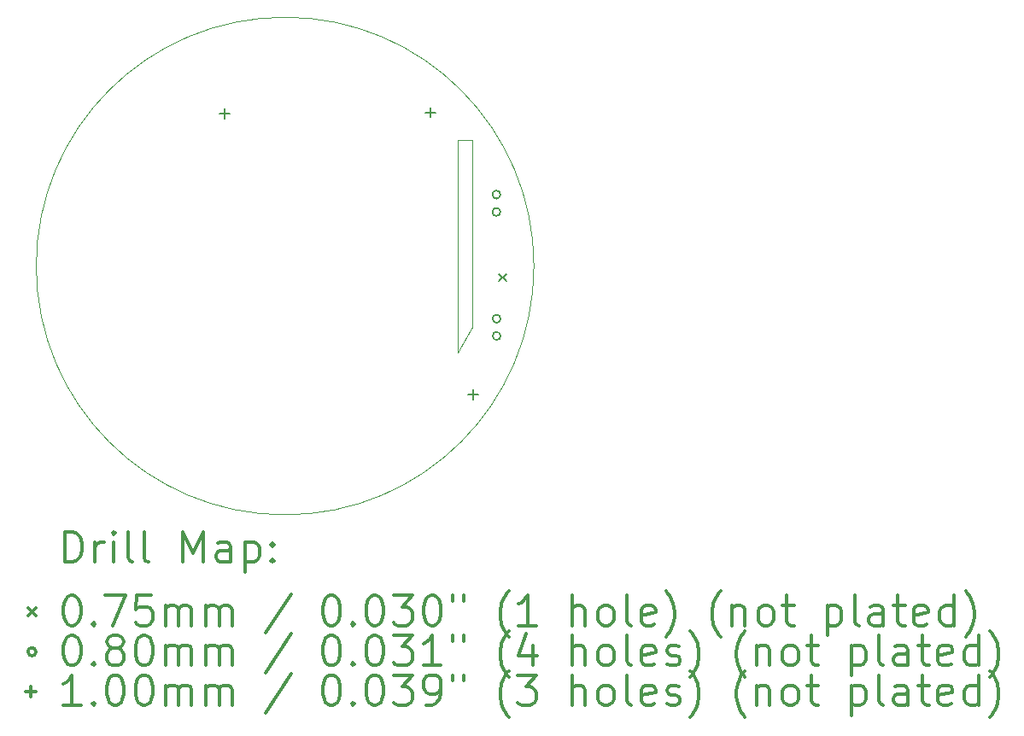
<source format=gbr>
%FSLAX45Y45*%
G04 Gerber Fmt 4.5, Leading zero omitted, Abs format (unit mm)*
G04 Created by KiCad (PCBNEW 5.1.7-a382d34a8~88~ubuntu18.04.1) date 2021-05-17 19:46:49*
%MOMM*%
%LPD*%
G01*
G04 APERTURE LIST*
%TA.AperFunction,Profile*%
%ADD10C,0.050000*%
%TD*%
%ADD11C,0.200000*%
%ADD12C,0.300000*%
G04 APERTURE END LIST*
D10*
X14630400Y-10394950D02*
X14674850Y-10318750D01*
X14630400Y-8293100D02*
X14630400Y-10394950D01*
X14776450Y-8293100D02*
X14630400Y-8293100D01*
X14776450Y-10140950D02*
X14776450Y-8293100D01*
X14674850Y-10318750D02*
X14776450Y-10140950D01*
X15384335Y-9539986D02*
G75*
G03*
X15384335Y-9539986I-2466911J0D01*
G01*
D11*
X15037400Y-9616500D02*
X15112400Y-9691500D01*
X15112400Y-9616500D02*
X15037400Y-9691500D01*
X15051908Y-8831580D02*
G75*
G03*
X15051908Y-8831580I-40000J0D01*
G01*
X15051908Y-9003030D02*
G75*
G03*
X15051908Y-9003030I-40000J0D01*
G01*
X15054448Y-10062210D02*
G75*
G03*
X15054448Y-10062210I-40000J0D01*
G01*
X15054448Y-10233660D02*
G75*
G03*
X15054448Y-10233660I-40000J0D01*
G01*
X14356080Y-7966240D02*
X14356080Y-8066240D01*
X14306080Y-8016240D02*
X14406080Y-8016240D01*
X12319000Y-7981480D02*
X12319000Y-8081480D01*
X12269000Y-8031480D02*
X12369000Y-8031480D01*
X14782800Y-10765320D02*
X14782800Y-10865320D01*
X14732800Y-10815320D02*
X14832800Y-10815320D01*
D12*
X10734441Y-12475112D02*
X10734441Y-12175112D01*
X10805870Y-12175112D01*
X10848727Y-12189397D01*
X10877298Y-12217969D01*
X10891584Y-12246540D01*
X10905870Y-12303683D01*
X10905870Y-12346540D01*
X10891584Y-12403683D01*
X10877298Y-12432254D01*
X10848727Y-12460826D01*
X10805870Y-12475112D01*
X10734441Y-12475112D01*
X11034441Y-12475112D02*
X11034441Y-12275112D01*
X11034441Y-12332254D02*
X11048727Y-12303683D01*
X11063013Y-12289397D01*
X11091584Y-12275112D01*
X11120155Y-12275112D01*
X11220155Y-12475112D02*
X11220155Y-12275112D01*
X11220155Y-12175112D02*
X11205870Y-12189397D01*
X11220155Y-12203683D01*
X11234441Y-12189397D01*
X11220155Y-12175112D01*
X11220155Y-12203683D01*
X11405870Y-12475112D02*
X11377298Y-12460826D01*
X11363013Y-12432254D01*
X11363013Y-12175112D01*
X11563013Y-12475112D02*
X11534441Y-12460826D01*
X11520155Y-12432254D01*
X11520155Y-12175112D01*
X11905870Y-12475112D02*
X11905870Y-12175112D01*
X12005870Y-12389397D01*
X12105870Y-12175112D01*
X12105870Y-12475112D01*
X12377298Y-12475112D02*
X12377298Y-12317969D01*
X12363013Y-12289397D01*
X12334441Y-12275112D01*
X12277298Y-12275112D01*
X12248727Y-12289397D01*
X12377298Y-12460826D02*
X12348727Y-12475112D01*
X12277298Y-12475112D01*
X12248727Y-12460826D01*
X12234441Y-12432254D01*
X12234441Y-12403683D01*
X12248727Y-12375112D01*
X12277298Y-12360826D01*
X12348727Y-12360826D01*
X12377298Y-12346540D01*
X12520155Y-12275112D02*
X12520155Y-12575112D01*
X12520155Y-12289397D02*
X12548727Y-12275112D01*
X12605870Y-12275112D01*
X12634441Y-12289397D01*
X12648727Y-12303683D01*
X12663013Y-12332254D01*
X12663013Y-12417969D01*
X12648727Y-12446540D01*
X12634441Y-12460826D01*
X12605870Y-12475112D01*
X12548727Y-12475112D01*
X12520155Y-12460826D01*
X12791584Y-12446540D02*
X12805870Y-12460826D01*
X12791584Y-12475112D01*
X12777298Y-12460826D01*
X12791584Y-12446540D01*
X12791584Y-12475112D01*
X12791584Y-12289397D02*
X12805870Y-12303683D01*
X12791584Y-12317969D01*
X12777298Y-12303683D01*
X12791584Y-12289397D01*
X12791584Y-12317969D01*
X10373013Y-12931897D02*
X10448013Y-13006897D01*
X10448013Y-12931897D02*
X10373013Y-13006897D01*
X10791584Y-12805112D02*
X10820155Y-12805112D01*
X10848727Y-12819397D01*
X10863013Y-12833683D01*
X10877298Y-12862254D01*
X10891584Y-12919397D01*
X10891584Y-12990826D01*
X10877298Y-13047969D01*
X10863013Y-13076540D01*
X10848727Y-13090826D01*
X10820155Y-13105112D01*
X10791584Y-13105112D01*
X10763013Y-13090826D01*
X10748727Y-13076540D01*
X10734441Y-13047969D01*
X10720155Y-12990826D01*
X10720155Y-12919397D01*
X10734441Y-12862254D01*
X10748727Y-12833683D01*
X10763013Y-12819397D01*
X10791584Y-12805112D01*
X11020155Y-13076540D02*
X11034441Y-13090826D01*
X11020155Y-13105112D01*
X11005870Y-13090826D01*
X11020155Y-13076540D01*
X11020155Y-13105112D01*
X11134441Y-12805112D02*
X11334441Y-12805112D01*
X11205870Y-13105112D01*
X11591584Y-12805112D02*
X11448727Y-12805112D01*
X11434441Y-12947969D01*
X11448727Y-12933683D01*
X11477298Y-12919397D01*
X11548727Y-12919397D01*
X11577298Y-12933683D01*
X11591584Y-12947969D01*
X11605870Y-12976540D01*
X11605870Y-13047969D01*
X11591584Y-13076540D01*
X11577298Y-13090826D01*
X11548727Y-13105112D01*
X11477298Y-13105112D01*
X11448727Y-13090826D01*
X11434441Y-13076540D01*
X11734441Y-13105112D02*
X11734441Y-12905112D01*
X11734441Y-12933683D02*
X11748727Y-12919397D01*
X11777298Y-12905112D01*
X11820155Y-12905112D01*
X11848727Y-12919397D01*
X11863013Y-12947969D01*
X11863013Y-13105112D01*
X11863013Y-12947969D02*
X11877298Y-12919397D01*
X11905870Y-12905112D01*
X11948727Y-12905112D01*
X11977298Y-12919397D01*
X11991584Y-12947969D01*
X11991584Y-13105112D01*
X12134441Y-13105112D02*
X12134441Y-12905112D01*
X12134441Y-12933683D02*
X12148727Y-12919397D01*
X12177298Y-12905112D01*
X12220155Y-12905112D01*
X12248727Y-12919397D01*
X12263013Y-12947969D01*
X12263013Y-13105112D01*
X12263013Y-12947969D02*
X12277298Y-12919397D01*
X12305870Y-12905112D01*
X12348727Y-12905112D01*
X12377298Y-12919397D01*
X12391584Y-12947969D01*
X12391584Y-13105112D01*
X12977298Y-12790826D02*
X12720155Y-13176540D01*
X13363013Y-12805112D02*
X13391584Y-12805112D01*
X13420155Y-12819397D01*
X13434441Y-12833683D01*
X13448727Y-12862254D01*
X13463013Y-12919397D01*
X13463013Y-12990826D01*
X13448727Y-13047969D01*
X13434441Y-13076540D01*
X13420155Y-13090826D01*
X13391584Y-13105112D01*
X13363013Y-13105112D01*
X13334441Y-13090826D01*
X13320155Y-13076540D01*
X13305870Y-13047969D01*
X13291584Y-12990826D01*
X13291584Y-12919397D01*
X13305870Y-12862254D01*
X13320155Y-12833683D01*
X13334441Y-12819397D01*
X13363013Y-12805112D01*
X13591584Y-13076540D02*
X13605870Y-13090826D01*
X13591584Y-13105112D01*
X13577298Y-13090826D01*
X13591584Y-13076540D01*
X13591584Y-13105112D01*
X13791584Y-12805112D02*
X13820155Y-12805112D01*
X13848727Y-12819397D01*
X13863013Y-12833683D01*
X13877298Y-12862254D01*
X13891584Y-12919397D01*
X13891584Y-12990826D01*
X13877298Y-13047969D01*
X13863013Y-13076540D01*
X13848727Y-13090826D01*
X13820155Y-13105112D01*
X13791584Y-13105112D01*
X13763013Y-13090826D01*
X13748727Y-13076540D01*
X13734441Y-13047969D01*
X13720155Y-12990826D01*
X13720155Y-12919397D01*
X13734441Y-12862254D01*
X13748727Y-12833683D01*
X13763013Y-12819397D01*
X13791584Y-12805112D01*
X13991584Y-12805112D02*
X14177298Y-12805112D01*
X14077298Y-12919397D01*
X14120155Y-12919397D01*
X14148727Y-12933683D01*
X14163013Y-12947969D01*
X14177298Y-12976540D01*
X14177298Y-13047969D01*
X14163013Y-13076540D01*
X14148727Y-13090826D01*
X14120155Y-13105112D01*
X14034441Y-13105112D01*
X14005870Y-13090826D01*
X13991584Y-13076540D01*
X14363013Y-12805112D02*
X14391584Y-12805112D01*
X14420155Y-12819397D01*
X14434441Y-12833683D01*
X14448727Y-12862254D01*
X14463013Y-12919397D01*
X14463013Y-12990826D01*
X14448727Y-13047969D01*
X14434441Y-13076540D01*
X14420155Y-13090826D01*
X14391584Y-13105112D01*
X14363013Y-13105112D01*
X14334441Y-13090826D01*
X14320155Y-13076540D01*
X14305870Y-13047969D01*
X14291584Y-12990826D01*
X14291584Y-12919397D01*
X14305870Y-12862254D01*
X14320155Y-12833683D01*
X14334441Y-12819397D01*
X14363013Y-12805112D01*
X14577298Y-12805112D02*
X14577298Y-12862254D01*
X14691584Y-12805112D02*
X14691584Y-12862254D01*
X15134441Y-13219397D02*
X15120155Y-13205112D01*
X15091584Y-13162254D01*
X15077298Y-13133683D01*
X15063013Y-13090826D01*
X15048727Y-13019397D01*
X15048727Y-12962254D01*
X15063013Y-12890826D01*
X15077298Y-12847969D01*
X15091584Y-12819397D01*
X15120155Y-12776540D01*
X15134441Y-12762254D01*
X15405870Y-13105112D02*
X15234441Y-13105112D01*
X15320155Y-13105112D02*
X15320155Y-12805112D01*
X15291584Y-12847969D01*
X15263013Y-12876540D01*
X15234441Y-12890826D01*
X15763013Y-13105112D02*
X15763013Y-12805112D01*
X15891584Y-13105112D02*
X15891584Y-12947969D01*
X15877298Y-12919397D01*
X15848727Y-12905112D01*
X15805870Y-12905112D01*
X15777298Y-12919397D01*
X15763013Y-12933683D01*
X16077298Y-13105112D02*
X16048727Y-13090826D01*
X16034441Y-13076540D01*
X16020155Y-13047969D01*
X16020155Y-12962254D01*
X16034441Y-12933683D01*
X16048727Y-12919397D01*
X16077298Y-12905112D01*
X16120155Y-12905112D01*
X16148727Y-12919397D01*
X16163013Y-12933683D01*
X16177298Y-12962254D01*
X16177298Y-13047969D01*
X16163013Y-13076540D01*
X16148727Y-13090826D01*
X16120155Y-13105112D01*
X16077298Y-13105112D01*
X16348727Y-13105112D02*
X16320155Y-13090826D01*
X16305870Y-13062254D01*
X16305870Y-12805112D01*
X16577298Y-13090826D02*
X16548727Y-13105112D01*
X16491584Y-13105112D01*
X16463013Y-13090826D01*
X16448727Y-13062254D01*
X16448727Y-12947969D01*
X16463013Y-12919397D01*
X16491584Y-12905112D01*
X16548727Y-12905112D01*
X16577298Y-12919397D01*
X16591584Y-12947969D01*
X16591584Y-12976540D01*
X16448727Y-13005112D01*
X16691584Y-13219397D02*
X16705870Y-13205112D01*
X16734441Y-13162254D01*
X16748727Y-13133683D01*
X16763013Y-13090826D01*
X16777298Y-13019397D01*
X16777298Y-12962254D01*
X16763013Y-12890826D01*
X16748727Y-12847969D01*
X16734441Y-12819397D01*
X16705870Y-12776540D01*
X16691584Y-12762254D01*
X17234441Y-13219397D02*
X17220155Y-13205112D01*
X17191584Y-13162254D01*
X17177298Y-13133683D01*
X17163013Y-13090826D01*
X17148727Y-13019397D01*
X17148727Y-12962254D01*
X17163013Y-12890826D01*
X17177298Y-12847969D01*
X17191584Y-12819397D01*
X17220155Y-12776540D01*
X17234441Y-12762254D01*
X17348727Y-12905112D02*
X17348727Y-13105112D01*
X17348727Y-12933683D02*
X17363013Y-12919397D01*
X17391584Y-12905112D01*
X17434441Y-12905112D01*
X17463013Y-12919397D01*
X17477298Y-12947969D01*
X17477298Y-13105112D01*
X17663013Y-13105112D02*
X17634441Y-13090826D01*
X17620155Y-13076540D01*
X17605870Y-13047969D01*
X17605870Y-12962254D01*
X17620155Y-12933683D01*
X17634441Y-12919397D01*
X17663013Y-12905112D01*
X17705870Y-12905112D01*
X17734441Y-12919397D01*
X17748727Y-12933683D01*
X17763013Y-12962254D01*
X17763013Y-13047969D01*
X17748727Y-13076540D01*
X17734441Y-13090826D01*
X17705870Y-13105112D01*
X17663013Y-13105112D01*
X17848727Y-12905112D02*
X17963013Y-12905112D01*
X17891584Y-12805112D02*
X17891584Y-13062254D01*
X17905870Y-13090826D01*
X17934441Y-13105112D01*
X17963013Y-13105112D01*
X18291584Y-12905112D02*
X18291584Y-13205112D01*
X18291584Y-12919397D02*
X18320155Y-12905112D01*
X18377298Y-12905112D01*
X18405870Y-12919397D01*
X18420155Y-12933683D01*
X18434441Y-12962254D01*
X18434441Y-13047969D01*
X18420155Y-13076540D01*
X18405870Y-13090826D01*
X18377298Y-13105112D01*
X18320155Y-13105112D01*
X18291584Y-13090826D01*
X18605870Y-13105112D02*
X18577298Y-13090826D01*
X18563013Y-13062254D01*
X18563013Y-12805112D01*
X18848727Y-13105112D02*
X18848727Y-12947969D01*
X18834441Y-12919397D01*
X18805870Y-12905112D01*
X18748727Y-12905112D01*
X18720155Y-12919397D01*
X18848727Y-13090826D02*
X18820155Y-13105112D01*
X18748727Y-13105112D01*
X18720155Y-13090826D01*
X18705870Y-13062254D01*
X18705870Y-13033683D01*
X18720155Y-13005112D01*
X18748727Y-12990826D01*
X18820155Y-12990826D01*
X18848727Y-12976540D01*
X18948727Y-12905112D02*
X19063013Y-12905112D01*
X18991584Y-12805112D02*
X18991584Y-13062254D01*
X19005870Y-13090826D01*
X19034441Y-13105112D01*
X19063013Y-13105112D01*
X19277298Y-13090826D02*
X19248727Y-13105112D01*
X19191584Y-13105112D01*
X19163013Y-13090826D01*
X19148727Y-13062254D01*
X19148727Y-12947969D01*
X19163013Y-12919397D01*
X19191584Y-12905112D01*
X19248727Y-12905112D01*
X19277298Y-12919397D01*
X19291584Y-12947969D01*
X19291584Y-12976540D01*
X19148727Y-13005112D01*
X19548727Y-13105112D02*
X19548727Y-12805112D01*
X19548727Y-13090826D02*
X19520155Y-13105112D01*
X19463013Y-13105112D01*
X19434441Y-13090826D01*
X19420155Y-13076540D01*
X19405870Y-13047969D01*
X19405870Y-12962254D01*
X19420155Y-12933683D01*
X19434441Y-12919397D01*
X19463013Y-12905112D01*
X19520155Y-12905112D01*
X19548727Y-12919397D01*
X19663013Y-13219397D02*
X19677298Y-13205112D01*
X19705870Y-13162254D01*
X19720155Y-13133683D01*
X19734441Y-13090826D01*
X19748727Y-13019397D01*
X19748727Y-12962254D01*
X19734441Y-12890826D01*
X19720155Y-12847969D01*
X19705870Y-12819397D01*
X19677298Y-12776540D01*
X19663013Y-12762254D01*
X10448013Y-13365397D02*
G75*
G03*
X10448013Y-13365397I-40000J0D01*
G01*
X10791584Y-13201112D02*
X10820155Y-13201112D01*
X10848727Y-13215397D01*
X10863013Y-13229683D01*
X10877298Y-13258254D01*
X10891584Y-13315397D01*
X10891584Y-13386826D01*
X10877298Y-13443969D01*
X10863013Y-13472540D01*
X10848727Y-13486826D01*
X10820155Y-13501112D01*
X10791584Y-13501112D01*
X10763013Y-13486826D01*
X10748727Y-13472540D01*
X10734441Y-13443969D01*
X10720155Y-13386826D01*
X10720155Y-13315397D01*
X10734441Y-13258254D01*
X10748727Y-13229683D01*
X10763013Y-13215397D01*
X10791584Y-13201112D01*
X11020155Y-13472540D02*
X11034441Y-13486826D01*
X11020155Y-13501112D01*
X11005870Y-13486826D01*
X11020155Y-13472540D01*
X11020155Y-13501112D01*
X11205870Y-13329683D02*
X11177298Y-13315397D01*
X11163013Y-13301112D01*
X11148727Y-13272540D01*
X11148727Y-13258254D01*
X11163013Y-13229683D01*
X11177298Y-13215397D01*
X11205870Y-13201112D01*
X11263013Y-13201112D01*
X11291584Y-13215397D01*
X11305870Y-13229683D01*
X11320155Y-13258254D01*
X11320155Y-13272540D01*
X11305870Y-13301112D01*
X11291584Y-13315397D01*
X11263013Y-13329683D01*
X11205870Y-13329683D01*
X11177298Y-13343969D01*
X11163013Y-13358254D01*
X11148727Y-13386826D01*
X11148727Y-13443969D01*
X11163013Y-13472540D01*
X11177298Y-13486826D01*
X11205870Y-13501112D01*
X11263013Y-13501112D01*
X11291584Y-13486826D01*
X11305870Y-13472540D01*
X11320155Y-13443969D01*
X11320155Y-13386826D01*
X11305870Y-13358254D01*
X11291584Y-13343969D01*
X11263013Y-13329683D01*
X11505870Y-13201112D02*
X11534441Y-13201112D01*
X11563013Y-13215397D01*
X11577298Y-13229683D01*
X11591584Y-13258254D01*
X11605870Y-13315397D01*
X11605870Y-13386826D01*
X11591584Y-13443969D01*
X11577298Y-13472540D01*
X11563013Y-13486826D01*
X11534441Y-13501112D01*
X11505870Y-13501112D01*
X11477298Y-13486826D01*
X11463013Y-13472540D01*
X11448727Y-13443969D01*
X11434441Y-13386826D01*
X11434441Y-13315397D01*
X11448727Y-13258254D01*
X11463013Y-13229683D01*
X11477298Y-13215397D01*
X11505870Y-13201112D01*
X11734441Y-13501112D02*
X11734441Y-13301112D01*
X11734441Y-13329683D02*
X11748727Y-13315397D01*
X11777298Y-13301112D01*
X11820155Y-13301112D01*
X11848727Y-13315397D01*
X11863013Y-13343969D01*
X11863013Y-13501112D01*
X11863013Y-13343969D02*
X11877298Y-13315397D01*
X11905870Y-13301112D01*
X11948727Y-13301112D01*
X11977298Y-13315397D01*
X11991584Y-13343969D01*
X11991584Y-13501112D01*
X12134441Y-13501112D02*
X12134441Y-13301112D01*
X12134441Y-13329683D02*
X12148727Y-13315397D01*
X12177298Y-13301112D01*
X12220155Y-13301112D01*
X12248727Y-13315397D01*
X12263013Y-13343969D01*
X12263013Y-13501112D01*
X12263013Y-13343969D02*
X12277298Y-13315397D01*
X12305870Y-13301112D01*
X12348727Y-13301112D01*
X12377298Y-13315397D01*
X12391584Y-13343969D01*
X12391584Y-13501112D01*
X12977298Y-13186826D02*
X12720155Y-13572540D01*
X13363013Y-13201112D02*
X13391584Y-13201112D01*
X13420155Y-13215397D01*
X13434441Y-13229683D01*
X13448727Y-13258254D01*
X13463013Y-13315397D01*
X13463013Y-13386826D01*
X13448727Y-13443969D01*
X13434441Y-13472540D01*
X13420155Y-13486826D01*
X13391584Y-13501112D01*
X13363013Y-13501112D01*
X13334441Y-13486826D01*
X13320155Y-13472540D01*
X13305870Y-13443969D01*
X13291584Y-13386826D01*
X13291584Y-13315397D01*
X13305870Y-13258254D01*
X13320155Y-13229683D01*
X13334441Y-13215397D01*
X13363013Y-13201112D01*
X13591584Y-13472540D02*
X13605870Y-13486826D01*
X13591584Y-13501112D01*
X13577298Y-13486826D01*
X13591584Y-13472540D01*
X13591584Y-13501112D01*
X13791584Y-13201112D02*
X13820155Y-13201112D01*
X13848727Y-13215397D01*
X13863013Y-13229683D01*
X13877298Y-13258254D01*
X13891584Y-13315397D01*
X13891584Y-13386826D01*
X13877298Y-13443969D01*
X13863013Y-13472540D01*
X13848727Y-13486826D01*
X13820155Y-13501112D01*
X13791584Y-13501112D01*
X13763013Y-13486826D01*
X13748727Y-13472540D01*
X13734441Y-13443969D01*
X13720155Y-13386826D01*
X13720155Y-13315397D01*
X13734441Y-13258254D01*
X13748727Y-13229683D01*
X13763013Y-13215397D01*
X13791584Y-13201112D01*
X13991584Y-13201112D02*
X14177298Y-13201112D01*
X14077298Y-13315397D01*
X14120155Y-13315397D01*
X14148727Y-13329683D01*
X14163013Y-13343969D01*
X14177298Y-13372540D01*
X14177298Y-13443969D01*
X14163013Y-13472540D01*
X14148727Y-13486826D01*
X14120155Y-13501112D01*
X14034441Y-13501112D01*
X14005870Y-13486826D01*
X13991584Y-13472540D01*
X14463013Y-13501112D02*
X14291584Y-13501112D01*
X14377298Y-13501112D02*
X14377298Y-13201112D01*
X14348727Y-13243969D01*
X14320155Y-13272540D01*
X14291584Y-13286826D01*
X14577298Y-13201112D02*
X14577298Y-13258254D01*
X14691584Y-13201112D02*
X14691584Y-13258254D01*
X15134441Y-13615397D02*
X15120155Y-13601112D01*
X15091584Y-13558254D01*
X15077298Y-13529683D01*
X15063013Y-13486826D01*
X15048727Y-13415397D01*
X15048727Y-13358254D01*
X15063013Y-13286826D01*
X15077298Y-13243969D01*
X15091584Y-13215397D01*
X15120155Y-13172540D01*
X15134441Y-13158254D01*
X15377298Y-13301112D02*
X15377298Y-13501112D01*
X15305870Y-13186826D02*
X15234441Y-13401112D01*
X15420155Y-13401112D01*
X15763013Y-13501112D02*
X15763013Y-13201112D01*
X15891584Y-13501112D02*
X15891584Y-13343969D01*
X15877298Y-13315397D01*
X15848727Y-13301112D01*
X15805870Y-13301112D01*
X15777298Y-13315397D01*
X15763013Y-13329683D01*
X16077298Y-13501112D02*
X16048727Y-13486826D01*
X16034441Y-13472540D01*
X16020155Y-13443969D01*
X16020155Y-13358254D01*
X16034441Y-13329683D01*
X16048727Y-13315397D01*
X16077298Y-13301112D01*
X16120155Y-13301112D01*
X16148727Y-13315397D01*
X16163013Y-13329683D01*
X16177298Y-13358254D01*
X16177298Y-13443969D01*
X16163013Y-13472540D01*
X16148727Y-13486826D01*
X16120155Y-13501112D01*
X16077298Y-13501112D01*
X16348727Y-13501112D02*
X16320155Y-13486826D01*
X16305870Y-13458254D01*
X16305870Y-13201112D01*
X16577298Y-13486826D02*
X16548727Y-13501112D01*
X16491584Y-13501112D01*
X16463013Y-13486826D01*
X16448727Y-13458254D01*
X16448727Y-13343969D01*
X16463013Y-13315397D01*
X16491584Y-13301112D01*
X16548727Y-13301112D01*
X16577298Y-13315397D01*
X16591584Y-13343969D01*
X16591584Y-13372540D01*
X16448727Y-13401112D01*
X16705870Y-13486826D02*
X16734441Y-13501112D01*
X16791584Y-13501112D01*
X16820155Y-13486826D01*
X16834441Y-13458254D01*
X16834441Y-13443969D01*
X16820155Y-13415397D01*
X16791584Y-13401112D01*
X16748727Y-13401112D01*
X16720155Y-13386826D01*
X16705870Y-13358254D01*
X16705870Y-13343969D01*
X16720155Y-13315397D01*
X16748727Y-13301112D01*
X16791584Y-13301112D01*
X16820155Y-13315397D01*
X16934441Y-13615397D02*
X16948727Y-13601112D01*
X16977298Y-13558254D01*
X16991584Y-13529683D01*
X17005870Y-13486826D01*
X17020155Y-13415397D01*
X17020155Y-13358254D01*
X17005870Y-13286826D01*
X16991584Y-13243969D01*
X16977298Y-13215397D01*
X16948727Y-13172540D01*
X16934441Y-13158254D01*
X17477298Y-13615397D02*
X17463013Y-13601112D01*
X17434441Y-13558254D01*
X17420155Y-13529683D01*
X17405870Y-13486826D01*
X17391584Y-13415397D01*
X17391584Y-13358254D01*
X17405870Y-13286826D01*
X17420155Y-13243969D01*
X17434441Y-13215397D01*
X17463013Y-13172540D01*
X17477298Y-13158254D01*
X17591584Y-13301112D02*
X17591584Y-13501112D01*
X17591584Y-13329683D02*
X17605870Y-13315397D01*
X17634441Y-13301112D01*
X17677298Y-13301112D01*
X17705870Y-13315397D01*
X17720155Y-13343969D01*
X17720155Y-13501112D01*
X17905870Y-13501112D02*
X17877298Y-13486826D01*
X17863013Y-13472540D01*
X17848727Y-13443969D01*
X17848727Y-13358254D01*
X17863013Y-13329683D01*
X17877298Y-13315397D01*
X17905870Y-13301112D01*
X17948727Y-13301112D01*
X17977298Y-13315397D01*
X17991584Y-13329683D01*
X18005870Y-13358254D01*
X18005870Y-13443969D01*
X17991584Y-13472540D01*
X17977298Y-13486826D01*
X17948727Y-13501112D01*
X17905870Y-13501112D01*
X18091584Y-13301112D02*
X18205870Y-13301112D01*
X18134441Y-13201112D02*
X18134441Y-13458254D01*
X18148727Y-13486826D01*
X18177298Y-13501112D01*
X18205870Y-13501112D01*
X18534441Y-13301112D02*
X18534441Y-13601112D01*
X18534441Y-13315397D02*
X18563013Y-13301112D01*
X18620155Y-13301112D01*
X18648727Y-13315397D01*
X18663013Y-13329683D01*
X18677298Y-13358254D01*
X18677298Y-13443969D01*
X18663013Y-13472540D01*
X18648727Y-13486826D01*
X18620155Y-13501112D01*
X18563013Y-13501112D01*
X18534441Y-13486826D01*
X18848727Y-13501112D02*
X18820155Y-13486826D01*
X18805870Y-13458254D01*
X18805870Y-13201112D01*
X19091584Y-13501112D02*
X19091584Y-13343969D01*
X19077298Y-13315397D01*
X19048727Y-13301112D01*
X18991584Y-13301112D01*
X18963013Y-13315397D01*
X19091584Y-13486826D02*
X19063013Y-13501112D01*
X18991584Y-13501112D01*
X18963013Y-13486826D01*
X18948727Y-13458254D01*
X18948727Y-13429683D01*
X18963013Y-13401112D01*
X18991584Y-13386826D01*
X19063013Y-13386826D01*
X19091584Y-13372540D01*
X19191584Y-13301112D02*
X19305870Y-13301112D01*
X19234441Y-13201112D02*
X19234441Y-13458254D01*
X19248727Y-13486826D01*
X19277298Y-13501112D01*
X19305870Y-13501112D01*
X19520155Y-13486826D02*
X19491584Y-13501112D01*
X19434441Y-13501112D01*
X19405870Y-13486826D01*
X19391584Y-13458254D01*
X19391584Y-13343969D01*
X19405870Y-13315397D01*
X19434441Y-13301112D01*
X19491584Y-13301112D01*
X19520155Y-13315397D01*
X19534441Y-13343969D01*
X19534441Y-13372540D01*
X19391584Y-13401112D01*
X19791584Y-13501112D02*
X19791584Y-13201112D01*
X19791584Y-13486826D02*
X19763013Y-13501112D01*
X19705870Y-13501112D01*
X19677298Y-13486826D01*
X19663013Y-13472540D01*
X19648727Y-13443969D01*
X19648727Y-13358254D01*
X19663013Y-13329683D01*
X19677298Y-13315397D01*
X19705870Y-13301112D01*
X19763013Y-13301112D01*
X19791584Y-13315397D01*
X19905870Y-13615397D02*
X19920155Y-13601112D01*
X19948727Y-13558254D01*
X19963013Y-13529683D01*
X19977298Y-13486826D01*
X19991584Y-13415397D01*
X19991584Y-13358254D01*
X19977298Y-13286826D01*
X19963013Y-13243969D01*
X19948727Y-13215397D01*
X19920155Y-13172540D01*
X19905870Y-13158254D01*
X10398013Y-13711397D02*
X10398013Y-13811397D01*
X10348013Y-13761397D02*
X10448013Y-13761397D01*
X10891584Y-13897112D02*
X10720155Y-13897112D01*
X10805870Y-13897112D02*
X10805870Y-13597112D01*
X10777298Y-13639969D01*
X10748727Y-13668540D01*
X10720155Y-13682826D01*
X11020155Y-13868540D02*
X11034441Y-13882826D01*
X11020155Y-13897112D01*
X11005870Y-13882826D01*
X11020155Y-13868540D01*
X11020155Y-13897112D01*
X11220155Y-13597112D02*
X11248727Y-13597112D01*
X11277298Y-13611397D01*
X11291584Y-13625683D01*
X11305870Y-13654254D01*
X11320155Y-13711397D01*
X11320155Y-13782826D01*
X11305870Y-13839969D01*
X11291584Y-13868540D01*
X11277298Y-13882826D01*
X11248727Y-13897112D01*
X11220155Y-13897112D01*
X11191584Y-13882826D01*
X11177298Y-13868540D01*
X11163013Y-13839969D01*
X11148727Y-13782826D01*
X11148727Y-13711397D01*
X11163013Y-13654254D01*
X11177298Y-13625683D01*
X11191584Y-13611397D01*
X11220155Y-13597112D01*
X11505870Y-13597112D02*
X11534441Y-13597112D01*
X11563013Y-13611397D01*
X11577298Y-13625683D01*
X11591584Y-13654254D01*
X11605870Y-13711397D01*
X11605870Y-13782826D01*
X11591584Y-13839969D01*
X11577298Y-13868540D01*
X11563013Y-13882826D01*
X11534441Y-13897112D01*
X11505870Y-13897112D01*
X11477298Y-13882826D01*
X11463013Y-13868540D01*
X11448727Y-13839969D01*
X11434441Y-13782826D01*
X11434441Y-13711397D01*
X11448727Y-13654254D01*
X11463013Y-13625683D01*
X11477298Y-13611397D01*
X11505870Y-13597112D01*
X11734441Y-13897112D02*
X11734441Y-13697112D01*
X11734441Y-13725683D02*
X11748727Y-13711397D01*
X11777298Y-13697112D01*
X11820155Y-13697112D01*
X11848727Y-13711397D01*
X11863013Y-13739969D01*
X11863013Y-13897112D01*
X11863013Y-13739969D02*
X11877298Y-13711397D01*
X11905870Y-13697112D01*
X11948727Y-13697112D01*
X11977298Y-13711397D01*
X11991584Y-13739969D01*
X11991584Y-13897112D01*
X12134441Y-13897112D02*
X12134441Y-13697112D01*
X12134441Y-13725683D02*
X12148727Y-13711397D01*
X12177298Y-13697112D01*
X12220155Y-13697112D01*
X12248727Y-13711397D01*
X12263013Y-13739969D01*
X12263013Y-13897112D01*
X12263013Y-13739969D02*
X12277298Y-13711397D01*
X12305870Y-13697112D01*
X12348727Y-13697112D01*
X12377298Y-13711397D01*
X12391584Y-13739969D01*
X12391584Y-13897112D01*
X12977298Y-13582826D02*
X12720155Y-13968540D01*
X13363013Y-13597112D02*
X13391584Y-13597112D01*
X13420155Y-13611397D01*
X13434441Y-13625683D01*
X13448727Y-13654254D01*
X13463013Y-13711397D01*
X13463013Y-13782826D01*
X13448727Y-13839969D01*
X13434441Y-13868540D01*
X13420155Y-13882826D01*
X13391584Y-13897112D01*
X13363013Y-13897112D01*
X13334441Y-13882826D01*
X13320155Y-13868540D01*
X13305870Y-13839969D01*
X13291584Y-13782826D01*
X13291584Y-13711397D01*
X13305870Y-13654254D01*
X13320155Y-13625683D01*
X13334441Y-13611397D01*
X13363013Y-13597112D01*
X13591584Y-13868540D02*
X13605870Y-13882826D01*
X13591584Y-13897112D01*
X13577298Y-13882826D01*
X13591584Y-13868540D01*
X13591584Y-13897112D01*
X13791584Y-13597112D02*
X13820155Y-13597112D01*
X13848727Y-13611397D01*
X13863013Y-13625683D01*
X13877298Y-13654254D01*
X13891584Y-13711397D01*
X13891584Y-13782826D01*
X13877298Y-13839969D01*
X13863013Y-13868540D01*
X13848727Y-13882826D01*
X13820155Y-13897112D01*
X13791584Y-13897112D01*
X13763013Y-13882826D01*
X13748727Y-13868540D01*
X13734441Y-13839969D01*
X13720155Y-13782826D01*
X13720155Y-13711397D01*
X13734441Y-13654254D01*
X13748727Y-13625683D01*
X13763013Y-13611397D01*
X13791584Y-13597112D01*
X13991584Y-13597112D02*
X14177298Y-13597112D01*
X14077298Y-13711397D01*
X14120155Y-13711397D01*
X14148727Y-13725683D01*
X14163013Y-13739969D01*
X14177298Y-13768540D01*
X14177298Y-13839969D01*
X14163013Y-13868540D01*
X14148727Y-13882826D01*
X14120155Y-13897112D01*
X14034441Y-13897112D01*
X14005870Y-13882826D01*
X13991584Y-13868540D01*
X14320155Y-13897112D02*
X14377298Y-13897112D01*
X14405870Y-13882826D01*
X14420155Y-13868540D01*
X14448727Y-13825683D01*
X14463013Y-13768540D01*
X14463013Y-13654254D01*
X14448727Y-13625683D01*
X14434441Y-13611397D01*
X14405870Y-13597112D01*
X14348727Y-13597112D01*
X14320155Y-13611397D01*
X14305870Y-13625683D01*
X14291584Y-13654254D01*
X14291584Y-13725683D01*
X14305870Y-13754254D01*
X14320155Y-13768540D01*
X14348727Y-13782826D01*
X14405870Y-13782826D01*
X14434441Y-13768540D01*
X14448727Y-13754254D01*
X14463013Y-13725683D01*
X14577298Y-13597112D02*
X14577298Y-13654254D01*
X14691584Y-13597112D02*
X14691584Y-13654254D01*
X15134441Y-14011397D02*
X15120155Y-13997112D01*
X15091584Y-13954254D01*
X15077298Y-13925683D01*
X15063013Y-13882826D01*
X15048727Y-13811397D01*
X15048727Y-13754254D01*
X15063013Y-13682826D01*
X15077298Y-13639969D01*
X15091584Y-13611397D01*
X15120155Y-13568540D01*
X15134441Y-13554254D01*
X15220155Y-13597112D02*
X15405870Y-13597112D01*
X15305870Y-13711397D01*
X15348727Y-13711397D01*
X15377298Y-13725683D01*
X15391584Y-13739969D01*
X15405870Y-13768540D01*
X15405870Y-13839969D01*
X15391584Y-13868540D01*
X15377298Y-13882826D01*
X15348727Y-13897112D01*
X15263013Y-13897112D01*
X15234441Y-13882826D01*
X15220155Y-13868540D01*
X15763013Y-13897112D02*
X15763013Y-13597112D01*
X15891584Y-13897112D02*
X15891584Y-13739969D01*
X15877298Y-13711397D01*
X15848727Y-13697112D01*
X15805870Y-13697112D01*
X15777298Y-13711397D01*
X15763013Y-13725683D01*
X16077298Y-13897112D02*
X16048727Y-13882826D01*
X16034441Y-13868540D01*
X16020155Y-13839969D01*
X16020155Y-13754254D01*
X16034441Y-13725683D01*
X16048727Y-13711397D01*
X16077298Y-13697112D01*
X16120155Y-13697112D01*
X16148727Y-13711397D01*
X16163013Y-13725683D01*
X16177298Y-13754254D01*
X16177298Y-13839969D01*
X16163013Y-13868540D01*
X16148727Y-13882826D01*
X16120155Y-13897112D01*
X16077298Y-13897112D01*
X16348727Y-13897112D02*
X16320155Y-13882826D01*
X16305870Y-13854254D01*
X16305870Y-13597112D01*
X16577298Y-13882826D02*
X16548727Y-13897112D01*
X16491584Y-13897112D01*
X16463013Y-13882826D01*
X16448727Y-13854254D01*
X16448727Y-13739969D01*
X16463013Y-13711397D01*
X16491584Y-13697112D01*
X16548727Y-13697112D01*
X16577298Y-13711397D01*
X16591584Y-13739969D01*
X16591584Y-13768540D01*
X16448727Y-13797112D01*
X16705870Y-13882826D02*
X16734441Y-13897112D01*
X16791584Y-13897112D01*
X16820155Y-13882826D01*
X16834441Y-13854254D01*
X16834441Y-13839969D01*
X16820155Y-13811397D01*
X16791584Y-13797112D01*
X16748727Y-13797112D01*
X16720155Y-13782826D01*
X16705870Y-13754254D01*
X16705870Y-13739969D01*
X16720155Y-13711397D01*
X16748727Y-13697112D01*
X16791584Y-13697112D01*
X16820155Y-13711397D01*
X16934441Y-14011397D02*
X16948727Y-13997112D01*
X16977298Y-13954254D01*
X16991584Y-13925683D01*
X17005870Y-13882826D01*
X17020155Y-13811397D01*
X17020155Y-13754254D01*
X17005870Y-13682826D01*
X16991584Y-13639969D01*
X16977298Y-13611397D01*
X16948727Y-13568540D01*
X16934441Y-13554254D01*
X17477298Y-14011397D02*
X17463013Y-13997112D01*
X17434441Y-13954254D01*
X17420155Y-13925683D01*
X17405870Y-13882826D01*
X17391584Y-13811397D01*
X17391584Y-13754254D01*
X17405870Y-13682826D01*
X17420155Y-13639969D01*
X17434441Y-13611397D01*
X17463013Y-13568540D01*
X17477298Y-13554254D01*
X17591584Y-13697112D02*
X17591584Y-13897112D01*
X17591584Y-13725683D02*
X17605870Y-13711397D01*
X17634441Y-13697112D01*
X17677298Y-13697112D01*
X17705870Y-13711397D01*
X17720155Y-13739969D01*
X17720155Y-13897112D01*
X17905870Y-13897112D02*
X17877298Y-13882826D01*
X17863013Y-13868540D01*
X17848727Y-13839969D01*
X17848727Y-13754254D01*
X17863013Y-13725683D01*
X17877298Y-13711397D01*
X17905870Y-13697112D01*
X17948727Y-13697112D01*
X17977298Y-13711397D01*
X17991584Y-13725683D01*
X18005870Y-13754254D01*
X18005870Y-13839969D01*
X17991584Y-13868540D01*
X17977298Y-13882826D01*
X17948727Y-13897112D01*
X17905870Y-13897112D01*
X18091584Y-13697112D02*
X18205870Y-13697112D01*
X18134441Y-13597112D02*
X18134441Y-13854254D01*
X18148727Y-13882826D01*
X18177298Y-13897112D01*
X18205870Y-13897112D01*
X18534441Y-13697112D02*
X18534441Y-13997112D01*
X18534441Y-13711397D02*
X18563013Y-13697112D01*
X18620155Y-13697112D01*
X18648727Y-13711397D01*
X18663013Y-13725683D01*
X18677298Y-13754254D01*
X18677298Y-13839969D01*
X18663013Y-13868540D01*
X18648727Y-13882826D01*
X18620155Y-13897112D01*
X18563013Y-13897112D01*
X18534441Y-13882826D01*
X18848727Y-13897112D02*
X18820155Y-13882826D01*
X18805870Y-13854254D01*
X18805870Y-13597112D01*
X19091584Y-13897112D02*
X19091584Y-13739969D01*
X19077298Y-13711397D01*
X19048727Y-13697112D01*
X18991584Y-13697112D01*
X18963013Y-13711397D01*
X19091584Y-13882826D02*
X19063013Y-13897112D01*
X18991584Y-13897112D01*
X18963013Y-13882826D01*
X18948727Y-13854254D01*
X18948727Y-13825683D01*
X18963013Y-13797112D01*
X18991584Y-13782826D01*
X19063013Y-13782826D01*
X19091584Y-13768540D01*
X19191584Y-13697112D02*
X19305870Y-13697112D01*
X19234441Y-13597112D02*
X19234441Y-13854254D01*
X19248727Y-13882826D01*
X19277298Y-13897112D01*
X19305870Y-13897112D01*
X19520155Y-13882826D02*
X19491584Y-13897112D01*
X19434441Y-13897112D01*
X19405870Y-13882826D01*
X19391584Y-13854254D01*
X19391584Y-13739969D01*
X19405870Y-13711397D01*
X19434441Y-13697112D01*
X19491584Y-13697112D01*
X19520155Y-13711397D01*
X19534441Y-13739969D01*
X19534441Y-13768540D01*
X19391584Y-13797112D01*
X19791584Y-13897112D02*
X19791584Y-13597112D01*
X19791584Y-13882826D02*
X19763013Y-13897112D01*
X19705870Y-13897112D01*
X19677298Y-13882826D01*
X19663013Y-13868540D01*
X19648727Y-13839969D01*
X19648727Y-13754254D01*
X19663013Y-13725683D01*
X19677298Y-13711397D01*
X19705870Y-13697112D01*
X19763013Y-13697112D01*
X19791584Y-13711397D01*
X19905870Y-14011397D02*
X19920155Y-13997112D01*
X19948727Y-13954254D01*
X19963013Y-13925683D01*
X19977298Y-13882826D01*
X19991584Y-13811397D01*
X19991584Y-13754254D01*
X19977298Y-13682826D01*
X19963013Y-13639969D01*
X19948727Y-13611397D01*
X19920155Y-13568540D01*
X19905870Y-13554254D01*
M02*

</source>
